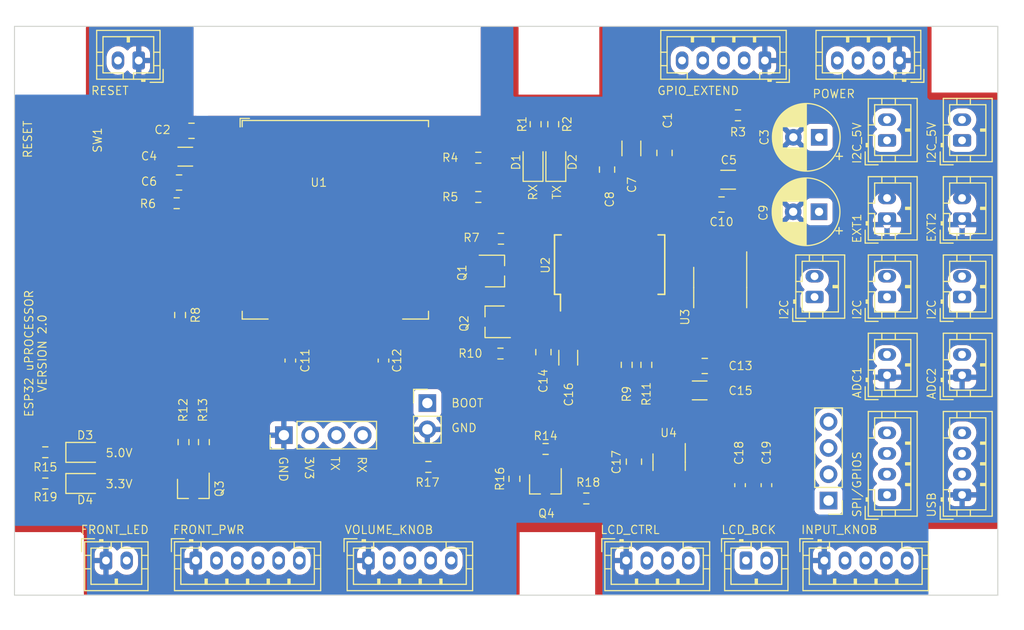
<source format=kicad_pcb>
(kicad_pcb (version 20221018) (generator pcbnew)
  (layers (0 "F.Cu" signal) (31 "B.Cu" signal) (34 "B.Paste" user) (35 "F.Paste" user) (36 "B.SilkS" user "B.Silkscreen") (37 "F.SilkS" user "F.Silkscreen") (38 "B.Mask" user) (39 "F.Mask" user) (44 "Edge.Cuts" user))
  (net 0 "")
  (net 1 "GND")
  (net 2 "3V3")
  (net 3 "SCL")
  (net 4 "SDA")
  (net 5 "5V")
  (net 6 "SDA_5V")
  (net 7 "SCL_5V")
  (net 8 "Net-(U2-3V3OUT)")
  (net 9 "POWER_LED")
  (net 10 "POWER_BUTTON")
  (net 11 "BACKLIGHT")
  (net 12 "TO_BACKLIGHT")
  (net 13 "TO_POWER_LED")
  (net 14 "Net-(D1-A)")
  (net 15 "VOLUME_BUTTON")
  (net 16 "INPUT_BUTTON")
  (net 17 "Net-(D2-A)")
  (net 18 "Net-(D3-A)")
  (net 19 "Net-(D4-A)")
  (net 20 "Net-(J16-Pin_2)")
  (net 21 "Net-(Q1-B)")
  (net 22 "Net-(Q2-B)")
  (net 23 "Net-(Q3-B)")
  (net 24 "Net-(Q4-B)")
  (net 26 "USBD+")
  (net 27 "USBD-")
  (net 28 "RX")
  (net 29 "TX")
  (net 33 "ENABLE")
  (net 34 "VOL_CH1")
  (net 35 "VOL_CH2")
  (net 36 "INPUT_CH1")
  (net 37 "INPUT_CH2")
  (net 38 "FRONT_LED")
  (net 39 "BOOT")
  (net 41 "CBUS1")
  (net 43 "CBUS0")
  (net 47 "DTR")
  (net 48 "RTS")
  (net 52 "VBUS")
  (net 57 "FROM_POWER_LED")
  (net 59 "FROM_BACKLIGHT")
  (net 60 "AGND")
  (net 61 "GPIO_INTA")
  (net 62 "GPIO_INTB")
  (net 63 "GPIO_RESET")
  (net 64 "ADC1")
  (net 65 "ADC2")
  (net 66 "SPI_MISO")
  (net 67 "SPI_MOSI")
  (net 68 "SPI_CLK")
  (net 69 "SPI_CS")
  (net 70 "EXT2")
  (net 71 "EXT1")
  (footprint "Capacitor_SMD:C_1206_3216Metric_Pad1.33x1.80mm_HandSolder" (layer "F.Cu") (at 153.8525 99.4725 180)
    (fp_text reference "C15" (at -3.9475 -0.0275 unlocked) (layer "F.SilkS") (effects (font (size 0.8 0.8) (thickness 0.1))))
    (fp_text value "10U")
    (pad "1" smd roundrect (at -1.5625 0 180) (size 1.325 1.8) (layers "F.Cu" "F.Paste" "F.Mask") (roundrect_rratio 0.188679) (net 2 "3V3"))
    (pad "2" smd roundrect (at 1.5625 0 180) (size 1.325 1.8) (layers "F.Cu" "F.Paste" "F.Mask") (roundrect_rratio 0.188679) (net 1 "GND"))
  )
  (footprint "Connector_JST:JST_PH_B6B-PH-K_1x06_P2.00mm_Vertical" (layer "F.Cu") (at 105.1725 115.9225)
    (fp_text reference "J17" hide)
    (fp_text value "Conn_01x06_Male")
    (pad "1" thru_hole roundrect (at 0 0) (size 1.2 1.75) (drill 0.75) (layers "*.Cu" "*.Mask") (roundrect_rratio 0.2083333333) (net 1 "GND"))
    (pad "2" thru_hole oval (at 2 0) (size 1.2 1.75) (drill 0.75) (layers "*.Cu" "*.Mask") (net 2 "3V3"))
    (pad "3" thru_hole oval (at 4 0) (size 1.2 1.75) (drill 0.75) (layers "*.Cu" "*.Mask") (net 5 "5V"))
    (pad "4" thru_hole oval (at 6 0) (size 1.2 1.75) (drill 0.75) (layers "*.Cu" "*.Mask") (net 13 "TO_POWER_LED"))
    (pad "5" thru_hole oval (at 8 0) (size 1.2 1.75) (drill 0.75) (layers "*.Cu" "*.Mask") (net 57 "FROM_POWER_LED"))
    (pad "6" thru_hole oval (at 10 0) (size 1.2 1.75) (drill 0.75) (layers "*.Cu" "*.Mask") (net 10 "POWER_BUTTON"))
  )
  (footprint "Capacitor_THT:CP_Radial_D6.3mm_P2.50mm" (layer "F.Cu") (at 165.3824 82.2 180)
    (fp_text reference "C9" (at 5.3824 -0.1 90 unlocked) (layer "F.SilkS") (effects (font (size 0.8 0.8) (thickness 0.1))))
    (fp_text value "10V 220u")
    (pad "1" thru_hole rect (at 0 0 180) (size 1.6 1.6) (drill 0.8) (layers "*.Cu" "*.Mask") (net 2 "3V3"))
    (pad "2" thru_hole circle (at 2.5 0 180) (size 1.6 1.6) (drill 0.8) (layers "*.Cu" "*.Mask") (net 1 "GND"))
  )
  (footprint "Package_TO_SOT_SMD:TSOT-23" (layer "F.Cu") (at 104.9525 108.9725 -90)
    (fp_text reference "Q3" (at 0.0025 -2.5 -270 unlocked) (layer "F.SilkS") (effects (font (size 0.8 0.8) (thickness 0.1))))
    (fp_text value "2N3055")
    (pad "1" smd rect (at -1.31 -0.95 270) (size 1.22 0.65) (layers "F.Cu" "F.Paste" "F.Mask") (net 23 "Net-(Q3-B)"))
    (pad "2" smd rect (at -1.31 0.95 270) (size 1.22 0.65) (layers "F.Cu" "F.Paste" "F.Mask") (net 1 "GND"))
    (pad "3" smd rect (at 1.31 0 270) (size 1.22 0.65) (layers "F.Cu" "F.Paste" "F.Mask") (net 57 "FROM_POWER_LED"))
  )
  (footprint "Connector_JST:JST_PH_B2B-PH-K_1x02_P2.00mm_Vertical" (layer "F.Cu") (at 179.2025 98.004375 90)
    (fp_text reference "J11" hide)
    (fp_text value "Conn_01x02_Male")
    (pad "1" thru_hole roundrect (at 0 0 90) (size 1.2 1.75) (drill 0.75) (layers "*.Cu" "*.Mask") (roundrect_rratio 0.208333) (net 1 "GND"))
    (pad "2" thru_hole oval (at 2 0 90) (size 1.2 1.75) (drill 0.75) (layers "*.Cu" "*.Mask") (net 65 "ADC2"))
  )
  (footprint "Capacitor_SMD:C_0603_1608Metric_Pad1.08x0.95mm_HandSolder" (layer "F.Cu") (at 114.3025 96.585 -90)
    (fp_text reference "C11" (at 0 -1.43 -270 unlocked) (layer "F.SilkS") (effects (font (size 0.8 0.8) (thickness 0.1))))
    (fp_text value "10N")
    (pad "1" smd roundrect (at -0.8625 0 270) (size 1.075 0.95) (layers "F.Cu" "F.Paste" "F.Mask") (net 1 "GND"))
    (pad "2" smd roundrect (at 0.8625 0 270) (size 1.075 0.95) (layers "F.Cu" "F.Paste" "F.Mask") (net 34 "VOL_CH1"))
  )
  (footprint "Package_TO_SOT_SMD:TSOT-23" (layer "F.Cu") (at 134.0625 92.86 180)
    (fp_text reference "Q2" (at 2.9625 -0.14 90 unlocked) (layer "F.SilkS") (effects (font (size 0.8 0.8) (thickness 0.1))))
    (fp_text value "2N3055")
    (pad "1" smd rect (at -1.31 -0.95 180) (size 1.22 0.65) (layers "F.Cu" "F.Paste" "F.Mask") (net 22 "Net-(Q2-B)"))
    (pad "2" smd rect (at -1.31 0.95 180) (size 1.22 0.65) (layers "F.Cu" "F.Paste" "F.Mask") (net 47 "DTR"))
    (pad "3" smd rect (at 1.31 0 180) (size 1.22 0.65) (layers "F.Cu" "F.Paste" "F.Mask") (net 39 "BOOT"))
  )
  (footprint "Espressif:ESP32-WROOM-32UE" (layer "F.Cu") (at 118.6525 82.9725)
    (fp_text reference "U1" (at -1.6 -3.6 unlocked) (layer "F.SilkS") (effects (font (size 0.8 0.8) (thickness 0.1))))
    (fp_text value "ESP32-WROOM-32")
    (pad "1" smd rect (at -8.75 -8.41) (size 1.5 0.9) (layers "F.Cu" "F.Paste" "F.Mask") (net 1 "GND"))
    (pad "2" smd rect (at -8.75 -7.14) (size 1.5 0.9) (layers "F.Cu" "F.Paste" "F.Mask") (net 2 "3V3"))
    (pad "3" smd rect (at -8.75 -5.87) (size 1.5 0.9) (layers "F.Cu" "F.Paste" "F.Mask") (net 33 "ENABLE"))
    (pad "4" smd rect (at -8.75 -4.6) (size 1.5 0.9) (layers "F.Cu" "F.Paste" "F.Mask") (net 64 "ADC1"))
    (pad "5" smd rect (at -8.75 -3.33) (size 1.5 0.9) (layers "F.Cu" "F.Paste" "F.Mask") (net 65 "ADC2"))
    (pad "6" smd rect (at -8.75 -2.06) (size 1.5 0.9) (layers "F.Cu" "F.Paste" "F.Mask") (net 61 "GPIO_INTA"))
    (pad "7" smd rect (at -8.75 -0.79) (size 1.5 0.9) (layers "F.Cu" "F.Paste" "F.Mask") (net 62 "GPIO_INTB"))
    (pad "8" smd rect (at -8.75 0.48) (size 1.5 0.9) (layers "F.Cu" "F.Paste" "F.Mask") (net 70 "EXT2"))
    (pad "9" smd rect (at -8.75 1.75) (size 1.5 0.9) (layers "F.Cu" "F.Paste" "F.Mask") (net 63 "GPIO_RESET"))
    (pad "10" smd rect (at -8.75 3.02) (size 1.5 0.9) (layers "F.Cu" "F.Paste" "F.Mask") (net 10 "POWER_BUTTON"))
    (pad "11" smd rect (at -8.75 4.29) (size 1.5 0.9) (layers "F.Cu" "F.Paste" "F.Mask") (net 71 "EXT1"))
    (pad "12" smd rect (at -8.75 5.56) (size 1.5 0.9) (layers "F.Cu" "F.Paste" "F.Mask") (net 38 "FRONT_LED"))
    (pad "13" smd rect (at -8.75 6.83) (size 1.5 0.9) (layers "F.Cu" "F.Paste" "F.Mask") (net 9 "POWER_LED"))
    (pad "14" smd rect (at -8.75 8.1) (size 1.5 0.9) (layers "F.Cu" "F.Paste" "F.Mask") (net 15 "VOLUME_BUTTON"))
    (pad "15" smd rect (at -5.72 9.35 90) (size 1.5 0.9) (layers "F.Cu" "F.Paste" "F.Mask") (net 1 "GND"))
    (pad "16" smd rect (at -4.45 9.35 90) (size 1.5 0.9) (layers "F.Cu" "F.Paste" "F.Mask") (net 34 "VOL_CH1"))
    (pad "17" smd rect (at -3.18 9.35 90) (size 1.5 0.9) (layers "F.Cu" "F.Paste" "F.Mask"))
    (pad "18" smd rect (at -1.91 9.35 90) (size 1.5 0.9) (layers "F.Cu" "F.Paste" "F.Mask"))
    (pad "19" smd rect (at -0.64 9.35 90) (size 1.5 0.9) (layers "F.Cu" "F.Paste" "F.Mask"))
    (pad "20" smd rect (at 0.63 9.35 90) (size 1.5 0.9) (layers "F.Cu" "F.Paste" "F.Mask"))
    (pad "21" smd rect (at 1.9 9.35 90) (size 1.5 0.9) (layers "F.Cu" "F.Paste" "F.Mask"))
    (pad "22" smd rect (at 3.17 9.35 90) (size 1.5 0.9) (layers "F.Cu" "F.Paste" "F.Mask"))
    (pad "23" smd rect (at 4.44 9.35 90) (size 1.5 0.9) (layers "F.Cu" "F.Paste" "F.Mask") (net 35 "VOL_CH2"))
    (pad "24" smd rect (at 5.71 9.35 90) (size 1.5 0.9) (layers "F.Cu" "F.Paste" "F.Mask") (net 11 "BACKLIGHT"))
    (pad "25" smd rect (at 8.75 8.1 180) (size 1.5 0.9) (layers "F.Cu" "F.Paste" "F.Mask") (net 39 "BOOT"))
    (pad "26" smd rect (at 8.75 6.83 180) (size 1.5 0.9) (layers "F.Cu" "F.Paste" "F.Mask") (net 36 "INPUT_CH1"))
    (pad "27" smd rect (at 8.75 5.56 180) (size 1.5 0.9) (layers "F.Cu" "F.Paste" "F.Mask") (net 37 "INPUT_CH2"))
    (pad "28" smd rect (at 8.75 4.29 180) (size 1.5 0.9) (layers "F.Cu" "F.Paste" "F.Mask") (net 16 "INPUT_BUTTON"))
    (pad "29" smd rect (at 8.75 3.02 180) (size 1.5 0.9) (layers "F.Cu" "F.Paste" "F.Mask") (net 69 "SPI_CS"))
    (pad "30" smd rect (at 8.75 1.75 180) (size 1.5 0.9) (layers "F.Cu" "F.Paste" "F.Mask") (net 68 "SPI_CLK"))
    (pad "31" smd rect (at 8.75 0.48 180) (size 1.5 0.9) (layers "F.Cu" "F.Paste" "F.Mask") (net 66 "SPI_MISO"))
    (pad "32" smd rect (at 8.75 -0.79 180) (size 1.5 0.9) (layers "F.Cu" "F.Paste" "F.Mask"))
    (pad "33" smd rect (at 8.75 -2.06 180) (size 1.5 0.9) (layers "F.Cu" "F.Paste" "F.Mask") (net 4 "SDA"))
    (pad "34" smd rect (at 8.75 -3.33 180) (size 1.5 0.9) (layers "F.Cu" "F.Paste" "F.Mask") (net 28 "RX"))
    (pad "35" smd rect (at 8.75 -4.6 180) (size 1.5 0.9) (layers "F.Cu" "F.Paste" "F.Mask") (net 29 "TX"))
    (pad "36" smd rect (at 8.75 -5.87 180) (size 1.5 0.9) (layers "F.Cu" "F.Paste" "F.Mask") (net 3 "SCL"))
    (pad "37" smd rect (at 8.75 -7.14 180) (size 1.5 0.9) (layers "F.Cu" "F.Paste" "F.Mask") (net 67 "SPI_MOSI"))
    (pad "38" smd rect (at 8.75 -8.41 180) (size 1.5 0.9) (layers "F.Cu" "F.Paste" "F.Mask") (net 1 "GND"))
    (pad "39" smd rect (at -2.9 -2.47 180) (size 0.9 0.9) (layers "F.Cu" "F.Paste" "F.Mask") (net 1 "GND"))
    (pad "39" smd rect (at -2.9 -1.07 180) (size 0.9 0.9) (layers "F.Cu" "F.Paste" "F.Mask") (net 1 "GND"))
    (pad "39" smd rect (at -2.9 0.33 180) (size 0.9 0.9) (layers "F.Cu" "F.Paste" "F.Mask") (net 1 "GND"))
    (pad "39" smd rect (at -1.5 -2.47 180) (size 0.9 0.9) (layers "F.Cu" "F.Paste" "F.Mask") (net 1 "GND"))
    (pad "39" smd rect (at -1.5 -1.07 180) (size 0.9 0.9) (layers "F.Cu" "F.Paste" "F.Mask") (net 1 "GND"))
    (pad "39" smd rect (at -1.5 0.33 180) (size 0.9 0.9) (layers "F.Cu" "F.Paste" "F.Mask") (net 1 "GND"))
    (pad "39" smd rect (at -0.1 -2.47 180) (size 0.9 0.9) (layers "F.Cu" "F.Paste" "F.Mask") (net 1 "GND"))
    (pad "39" smd rect (at -0.1 -1.07 180) (size 0.9 0.9) (layers "F.Cu" "F.Paste" "F.Mask") (net 1 "GND"))
    (pad "39" smd rect (at -0.1 0.33 180) (size 0.9 0.9) (layers "F.Cu" "F.Paste" "F.Mask") (net 1 "GND"))
  )
  (footprint "MountingHole:MountingHole_3.2mm_M3" (layer "F.Cu") (at 90.1525 66.8725 90)
    (fp_text reference "H1" hide)
    (fp_text value "MountingHole")
    (pad "" np_thru_hole circle (at 0 0 90) (size 3.2 3.2) (drill 3.2) (layers "*.Cu" "*.Mask"))
  )
  (footprint "Capacitor_SMD:C_0603_1608Metric_Pad1.08x0.95mm_HandSolder" (layer "F.Cu") (at 157.7525 108.635 90)
    (fp_text reference "C18" (at 3.1225 -0.1025 90 unlocked) (layer "F.SilkS") (effects (font (size 0.8 0.8) (thickness 0.1))))
    (fp_text value "10N")
    (pad "1" smd roundrect (at -0.8625 0 90) (size 1.075 0.95) (layers "F.Cu" "F.Paste" "F.Mask") (net 1 "GND"))
    (pad "2" smd roundrect (at 0.8625 0 90) (size 1.075 0.95) (layers "F.Cu" "F.Paste" "F.Mask") (net 36 "INPUT_CH1"))
  )
  (footprint "Capacitor_SMD:C_0805_2012Metric_Pad1.18x1.45mm_HandSolder" (layer "F.Cu") (at 138.7525 95.7725 -90)
    (fp_text reference "C14" (at 2.782766 0.014578 -270 unlocked) (layer "F.SilkS") (effects (font (size 0.8 0.8) (thickness 0.1))))
    (fp_text value "0.1U")
    (pad "1" smd roundrect (at -1.0375 0 270) (size 1.175 1.45) (layers "F.Cu" "F.Paste" "F.Mask") (roundrect_rratio 0.2127659574) (net 2 "3V3"))
    (pad "2" smd roundrect (at 1.0375 0 270) (size 1.175 1.45) (layers "F.Cu" "F.Paste" "F.Mask") (roundrect_rratio 0.2127659574) (net 1 "GND"))
  )
  (footprint "Resistor_SMD:R_0603_1608Metric_Pad0.98x0.95mm_HandSolder" (layer "F.Cu") (at 132.465 76.9725 180)
    (fp_text reference "R4" (at 2.7125 0 unlocked) (layer "F.SilkS") (effects (font (size 0.8 0.8) (thickness 0.1))))
    (fp_text value "10K")
    (pad "1" smd roundrect (at -0.9125 0 180) (size 0.975 0.95) (layers "F.Cu" "F.Paste" "F.Mask") (net 2 "3V3"))
    (pad "2" smd roundrect (at 0.9125 0 180) (size 0.975 0.95) (layers "F.Cu" "F.Paste" "F.Mask") (net 3 "SCL"))
  )
  (footprint "MountingHole:MountingHole_3.2mm_M3" (layer "F.Cu") (at 90.1525 116.8725 90)
    (fp_text reference "H4" hide)
    (fp_text value "MountingHole")
    (pad "" np_thru_hole circle (at 0 0 90) (size 3.2 3.2) (drill 3.2) (layers "*.Cu" "*.Mask"))
  )
  (footprint "MountingHole:MountingHole_3.2mm_M3" (layer "F.Cu") (at 140.1525 66.8725 90)
    (fp_text reference "H2" hide)
    (fp_text value "MountingHole")
    (pad "" np_thru_hole circle (at 0 0 90) (size 3.2 3.2) (drill 3.2) (layers "*.Cu" "*.Mask"))
  )
  (footprint "LED_SMD:LED_0805_2012Metric_Pad1.15x1.40mm_HandSolder" (layer "F.Cu") (at 139.9525 77.3975 90)
    (fp_text reference "D2" (at 0 1.6 90 unlocked) (layer "F.SilkS") (effects (font (size 0.8 0.8) (thickness 0.1))))
    (fp_text value "YELLOW")
    (pad "1" smd roundrect (at -1.025 0 90) (size 1.15 1.4) (layers "F.Cu" "F.Paste" "F.Mask") (roundrect_rratio 0.2173913043) (net 41 "CBUS1"))
    (pad "2" smd roundrect (at 1.025 0 90) (size 1.15 1.4) (layers "F.Cu" "F.Paste" "F.Mask") (roundrect_rratio 0.2173913043) (net 17 "Net-(D2-A)"))
  )
  (footprint "MountingHole:MountingHole_3.2mm_M3" (layer "F.Cu") (at 140.1525 116.8725 90)
    (fp_text reference "H5" hide)
    (fp_text value "MountingHole")
    (pad "" np_thru_hole circle (at 0 0 90) (size 3.2 3.2) (drill 3.2) (layers "*.Cu" "*.Mask"))
  )
  (footprint "Connector_JST:JST_PH_B5B-PH-K_1x05_P2.00mm_Vertical" (layer "F.Cu") (at 160.1525 67.5725 180)
    (fp_text reference "J2" hide)
    (fp_text value "Conn_01x05_Pin")
    (pad "1" thru_hole roundrect (at 0 0 180) (size 1.2 1.75) (drill 0.75) (layers "*.Cu" "*.Mask") (roundrect_rratio 0.208333) (net 1 "GND"))
    (pad "2" thru_hole oval (at 2 0 180) (size 1.2 1.75) (drill 0.75) (layers "*.Cu" "*.Mask") (net 2 "3V3"))
    (pad "3" thru_hole oval (at 4 0 180) (size 1.2 1.75) (drill 0.75) (layers "*.Cu" "*.Mask") (net 61 "GPIO_INTA"))
    (pad "4" thru_hole oval (at 6 0 180) (size 1.2 1.75) (drill 0.75) (layers "*.Cu" "*.Mask") (net 62 "GPIO_INTB"))
    (pad "5" thru_hole oval (at 8 0 180) (size 1.2 1.75) (drill 0.75) (layers "*.Cu" "*.Mask") (net 63 "GPIO_RESET"))
  )
  (footprint "Connector_JST:JST_PH_B2B-PH-K_1x02_P2.00mm_Vertical" (layer "F.Cu") (at 179.2025 75.3 90)
    (fp_text reference "J5" hide)
    (fp_text value "Conn_01x02_Male")
    (pad "1" thru_hole roundrect (at 0 0 90) (size 1.2 1.75) (drill 0.75) (layers "*.Cu" "*.Mask") (roundrect_rratio 0.2083333333) (net 7 "SCL_5V"))
    (pad "2" thru_hole oval (at 2 0 90) (size 1.2 1.75) (drill 0.75) (layers "*.Cu" "*.Mask") (net 6 "SDA_5V"))
  )
  (footprint "Resistor_SMD:R_0603_1608Metric_Pad0.98x0.95mm_HandSolder" (layer "F.Cu") (at 134.6025 95.91 180)
    (fp_text reference "R10" (at 2.9025 0.01 unlocked) (layer "F.SilkS") (effects (font (size 0.8 0.8) (thickness 0.1))))
    (fp_text value "10K")
    (pad "1" smd roundrect (at -0.9125 0 180) (size 0.975 0.95) (layers "F.Cu" "F.Paste" "F.Mask") (net 47 "DTR"))
    (pad "2" smd roundrect (at 0.9125 0 180) (size 0.975 0.95) (layers "F.Cu" "F.Paste" "F.Mask") (net 21 "Net-(Q1-B)"))
  )
  (footprint "Capacitor_SMD:C_0805_2012Metric_Pad1.18x1.45mm_HandSolder" (layer "F.Cu") (at 103.5525 79.3725)
    (fp_text reference "C6" (at -2.9 -0.1 unlocked) (layer "F.SilkS") (effects (font (size 0.8 0.8) (thickness 0.1))))
    (fp_text value "0.1U")
    (pad "1" smd roundrect (at -1.0375 0) (size 1.175 1.45) (layers "F.Cu" "F.Paste" "F.Mask") (roundrect_rratio 0.2127659574) (net 1 "GND"))
    (pad "2" smd roundrect (at 1.0375 0) (size 1.175 1.45) (layers "F.Cu" "F.Paste" "F.Mask") (roundrect_rratio 0.2127659574) (net 33 "ENABLE"))
  )
  (footprint "Connector_JST:JST_PH_B2B-PH-K_1x02_P2.00mm_Vertical" (layer "F.Cu") (at 99.6525 67.5725 180)
    (fp_text reference "J1" hide)
    (fp_text value "Conn_01x02_Male")
    (pad "1" thru_hole roundrect (at 0 0 180) (size 1.2 1.75) (drill 0.75) (layers "*.Cu" "*.Mask") (roundrect_rratio 0.2083333333) (net 1 "GND"))
    (pad "2" thru_hole oval (at 2 0 180) (size 1.2 1.75) (drill 0.75) (layers "*.Cu" "*.Mask") (net 33 "ENABLE"))
  )
  (footprint "Capacitor_SMD:C_1206_3216Metric_Pad1.33x1.80mm_HandSolder" (layer "F.Cu") (at 104.1525 76.8725 180)
    (fp_text reference "C4" (at 3.5 0.05 unlocked) (layer "F.SilkS") (effects (font (size 0.8 0.8) (thickness 0.1))))
    (fp_text value "10U")
    (pad "1" smd roundrect (at -1.5625 0 180) (size 1.325 1.8) (layers "F.Cu" "F.Paste" "F.Mask") (roundrect_rratio 0.1886792453) (net 2 "3V3"))
    (pad "2" smd roundrect (at 1.5625 0 180) (size 1.325 1.8) (layers "F.Cu" "F.Paste" "F.Mask") (roundrect_rratio 0.1886792453) (net 1 "GND"))
  )
  (footprint "Resistor_SMD:R_0603_1608Metric_Pad0.98x0.95mm_HandSolder" (layer "F.Cu") (at 105.9525 104.4725 90)
    (fp_text reference "R13" (at 3.1 -0.1 90 unlocked) (layer "F.SilkS") (effects (font (size 0.8 0.8) (thickness 0.1))))
    (fp_text value "1K")
    (pad "1" smd roundrect (at -0.9125 0 90) (size 0.975 0.95) (layers "F.Cu" "F.Paste" "F.Mask") (net 9 "POWER_LED"))
    (pad "2" smd roundrect (at 0.9125 0 90) (size 0.975 0.95) (layers "F.Cu" "F.Paste" "F.Mask") (net 23 "Net-(Q3-B)"))
  )
  (footprint "Resistor_SMD:R_0603_1608Metric_Pad0.98x0.95mm_HandSolder" (layer "F.Cu") (at 103.9825 104.4725 -90)
    (fp_text reference "R12" (at -3.1 0.03 -270 unlocked) (layer "F.SilkS") (effects (font (size 0.8 0.8) (thickness 0.1))))
    (fp_text value "700R")
    (pad "1" smd roundrect (at -0.9125 0 270) (size 0.975 0.95) (layers "F.Cu" "F.Paste" "F.Mask") (net 13 "TO_POWER_LED"))
    (pad "2" smd roundrect (at 0.9125 0 270) (size 0.975 0.95) (layers "F.Cu" "F.Paste" "F.Mask") (net 5 "5V"))
  )
  (footprint "LED_SMD:LED_0805_2012Metric_Pad1.15x1.40mm_HandSolder" (layer "F.Cu") (at 94.4775 105.4625)
    (fp_text reference "D3" (at 0 -1.65 unlocked) (layer "F.SilkS") (effects (font (size 0.8 0.8) (thickness 0.1))))
    (fp_text value "ORANGE")
    (pad "1" smd roundrect (at -1.025 0) (size 1.15 1.4) (layers "F.Cu" "F.Paste" "F.Mask") (roundrect_rratio 0.2173913043) (net 1 "GND"))
    (pad "2" smd roundrect (at 1.025 0) (size 1.15 1.4) (layers "F.Cu" "F.Paste" "F.Mask") (roundrect_rratio 0.2173913043) (net 18 "Net-(D3-A)"))
  )
  (footprint "Capacitor_THT:CP_Radial_D6.3mm_P2.50mm" (layer "F.Cu") (at 165.4 75 180)
    (fp_text reference "C3" (at 5.3 0 90 unlocked) (layer "F.SilkS") (effects (font (size 0.8 0.8) (thickness 0.1))))
    (fp_text value "10V 220u")
    (pad "1" thru_hole rect (at 0 0 180) (size 1.6 1.6) (drill 0.8) (layers "*.Cu" "*.Mask") (net 5 "5V"))
    (pad "2" thru_hole circle (at 2.5 0 180) (size 1.6 1.6) (drill 0.8) (layers "*.Cu" "*.Mask") (net 1 "GND"))
  )
  (footprint "Capacitor_SMD:C_0805_2012Metric_Pad1.18x1.45mm_HandSolder" (layer "F.Cu") (at 154.3425 97.11 180)
    (fp_text reference "C13" (at -3.4575 0.01 unlocked) (layer "F.SilkS") (effects (font (size 0.8 0.8) (thickness 0.1))))
    (fp_text value "0.1U")
    (pad "1" smd roundrect (at -1.0375 0 180) (size 1.175 1.45) (layers "F.Cu" "F.Paste" "F.Mask") (roundrect_rratio 0.212766) (net 2 "3V3"))
    (pad "2" smd roundrect (at 1.0375 0 180) (size 1.175 1.45) (layers "F.Cu" "F.Paste" "F.Mask") (roundrect_rratio 0.212766) (net 1 "GND"))
  )
  (footprint "Resistor_SMD:R_0603_1608Metric_Pad0.98x0.95mm_HandSolder" (layer "F.Cu") (at 103.3225 81.3725)
    (fp_text reference "R6" (at -2.78 0.05 unlocked) (layer "F.SilkS") (effects (font (size 0.8 0.8) (thickness 0.1))))
    (fp_text value "4.7K")
    (pad "1" smd roundrect (at -0.9125 0) (size 0.975 0.95) (layers "F.Cu" "F.Paste" "F.Mask") (net 2 "3V3"))
    (pad "2" smd roundrect (at 0.9125 0) (size 0.975 0.95) (layers "F.Cu" "F.Paste" "F.Mask") (net 33 "ENABLE"))
  )
  (footprint "Capacitor_SMD:C_0805_2012Metric_Pad1.18x1.45mm_HandSolder" (layer "F.Cu") (at 147.5 106.3625 90)
    (fp_text reference "C17" (at -0.05 -1.7 90 unlocked) (layer "F.SilkS") (effects (font (size 0.8 0.8) (thickness 0.1))))
    (fp_text value "100n")
    (pad "1" smd roundrect (at -1.0375 0 90) (size 1.175 1.45) (layers "F.Cu" "F.Paste" "F.Mask") (roundrect_rratio 0.2127659574) (net 2 "3V3"))
    (pad "2" smd roundrect (at 1.0375 0 90) (size 1.175 1.45) (layers "F.Cu" "F.Paste" "F.Mask") (roundrect_rratio 0.2127659574) (net 1 "GND"))
  )
  (footprint "Connector_PinHeader_2.54mm:PinHeader_1x04_P2.54mm_Vertical" (layer "F.Cu") (at 113.68 103.8 90)
    (fp_text reference "J23" hide)
    (fp_text value "Conn_01x04_Pin")
    (pad "1" thru_hole rect (at 0 0 90) (size 1.7 1.7) (drill 1) (layers "*.Cu" "*.Mask") (net 1 "GND"))
    (pad "2" thru_hole oval (at 0 2.54 90) (size 1.7 1.7) (drill 1) (layers "*.Cu" "*.Mask") (net 2 "3V3"))
    (pad "3" thru_hole oval (at 0 5.08 90) (size 1.7 1.7) (drill 1) (layers "*.Cu" "*.Mask") (net 29 "TX"))
    (pad "4" thru_hole oval (at 0 7.62 90) (size 1.7 1.7) (drill 1) (layers "*.Cu" "*.Mask") (net 28 "RX"))
  )
  (footprint "Capacitor_SMD:C_1206_3216Metric_Pad1.33x1.80mm_HandSolder" (layer "F.Cu") (at 141.1525 96.31 -90)
    (fp_text reference "C16" (at 3.55 -0.05 -270 unlocked) (layer "F.SilkS") (effects (font (size 0.8 0.8) (thickness 0.1))))
    (fp_text value "10U")
    (pad "1" smd roundrect (at -1.5625 0 270) (size 1.325 1.8) (layers "F.Cu" "F.Paste" "F.Mask") (roundrect_rratio 0.1886792453) (net 2 "3V3"))
    (pad "2" smd roundrect (at 1.5625 0 270) (size 1.325 1.8) (layers "F.Cu" "F.Paste" "F.Mask") (roundrect_rratio 0.1886792453) (net 1 "GND"))
  )
  (footprint "Package_TO_SOT_SMD:SOT-23-6" (layer "F.Cu") (at 150.9 106.4125 -90)
    (fp_text reference "U4" (at -2.835 0.0525 unlocked) (layer "F.SilkS") (effects (font (size 0.8 0.8) (thickness 0.1))))
    (fp_text value "TMP100")
    (pad "1" smd roundrect (at -1.1375 -0.95 270) (size 1.325 0.6) (layers "F.Cu" "F.Paste" "F.Mask") (net 3 "SCL"))
    (pad "2" smd roundrect (at -1.1375 0 270) (size 1.325 0.6) (layers "F.Cu" "F.Paste" "F.Mask") (net 1 "GND"))
    (pad "3" smd roundrect (at -1.1375 0.95 270) (size 1.325 0.6) (layers "F.Cu" "F.Paste" "F.Mask") (net 1 "GND"))
    (pad "4" smd roundrect (at 1.1375 0.95 270) (size 1.325 0.6) (layers "F.Cu" "F.Paste" "F.Mask") (net 2 "3V3"))
    (pad "5" smd roundrect (at 1.1375 0 270) (size 1.325 0.6) (layers "F.Cu" "F.Paste" "F.Mask") (net 1 "GND"))
    (pad "6" smd roundrect (at 1.1375 -0.95 270) (size 1.325 0.6) (layers "F.Cu" "F.Paste" "F.Mask") (net 4 "SDA"))
  )
  (footprint "Resistor_SMD:R_0603_1608Metric_Pad0.98x0.95mm_HandSolder" (layer "F.Cu") (at 135.9525 108.0205 90)
    (fp_text reference "R16" (at 0 -1.402988 90 unlocked) (layer "F.SilkS") (effects (font (size 0.8 0.8) (thickness 0.1))))
    (fp_text value "4.7K")
    (pad "1" smd roundrect (at -0.9125 0 90) (size 0.975 0.95) (layers "F.Cu" "F.Paste" "F.Mask") (net 11 "BACKLIGHT"))
    (pad "2" smd roundrect (at 0.9125 0 90) (size 0.975 0.95) (layers "F.Cu" "F.Paste" "F.Mask") (net 1 "GND"))
  )
  (footprint "Capacitor_SMD:C_0805_2012Metric_Pad1.18x1.45mm_HandSolder" (layer "F.Cu") (at 104.7525 74.3725 180)
    (fp_text reference "C2" (at 2.8 0.1 unlocked) (layer "F.SilkS") (effects (font (size 0.8 0.8) (thickness 0.1))))
    (fp_text value "10N")
    (pad "1" smd roundrect (at -1.0375 0 180) (size 1.175 1.45) (layers "F.Cu" "F.Paste" "F.Mask") (roundrect_rratio 0.2127659574) (net 2 "3V3"))
    (pad "2" smd roundrect (at 1.0375 0 180) (size 1.175 1.45) (layers "F.Cu" "F.Paste" "F.Mask") (roundrect_rratio 0.2127659574) (net 1 "GND"))
  )
  (footprint "Resistor_SMD:R_0603_1608Metric_Pad0.98x0.95mm_HandSolder" (layer "F.Cu") (at 139.7025 73.735 -90)
    (fp_text reference "R2" (at 0 -1.35 -270 unlocked) (layer "F.SilkS") (effects (font (size 0.8 0.8) (thickness 0.1))))
    (fp_text value "430R")
    (pad "1" smd roundrect (at -0.9125 0 270) (size 0.975 0.95) (layers "F.Cu" "F.Paste" "F.Mask") (net 2 "3V3"))
    (pad "2" smd roundrect (at 0.9125 0 270) (size 0.975 0.95) (layers "F.Cu" "F.Paste" "F.Mask") (net 17 "Net-(D2-A)"))
  )
  (footprint "Resistor_SMD:R_0603_1608Metric_Pad0.98x0.95mm_HandSolder" (layer "F.Cu") (at 132.465 80.7725 180)
    (fp_text reference "R5" (at 2.7125 0 unlocked) (layer "F.SilkS") (effects (font (size 0.8 0.8) (thickness 0.1))))
    (fp_text value "10K")
    (pad "1" smd roundrect (at -0.9125 0 180) (size 0.975 0.95) (layers "F.Cu" "F.Paste" "F.Mask") (net 2 "3V3"))
    (pad "2" smd roundrect (at 0.9125 0 180) (size 0.975 0.95) (layers "F.Cu" "F.Paste" "F.Mask") (net 4 "SDA"))
  )
  (footprint "Resistor_SMD:R_0603_1608Metric_Pad0.98x0.95mm_HandSolder" (layer "F.Cu") (at 127.64 106.8725)
    (fp_text reference "R17" (at -0.0875 1.5 unlocked) (layer "F.SilkS") (effects (font (size 0.8 0.8) (thickness 0.1))))
    (fp_text value "4.7K")
    (pad "1" smd roundrect (at -0.9125 0) (size 0.975 0.95) (layers "F.Cu" "F.Paste" "F.Mask") (net 2 "3V3"))
    (pad "2" smd roundrect (at 0.9125 0) (size 0.975 0.95) (layers "F.Cu" "F.Paste" "F.Mask") (net 39 "BOOT"))
  )
  (footprint "Capacitor_SMD:C_1206_3216Metric_Pad1.33x1.80mm_HandSolder" (layer "F.Cu") (at 156.6 79.1 180)
    (fp_text reference "C5" (at -0.0625 1.9 unlocked) (layer "F.SilkS") (effects (font (size 0.8 0.8) (thickness 0.1))))
    (fp_text value "10U")
    (pad "1" smd roundrect (at -1.5625 0 180) (size 1.325 1.8) (layers "F.Cu" "F.Paste" "F.Mask") (roundrect_rratio 0.188679) (net 5 "5V"))
    (pad "2" smd roundrect (at 1.5625 0 180) (size 1.325 1.8) (layers "F.Cu" "F.Paste" "F.Mask") (roundrect_rratio 0.188679) (net 1 "GND"))
  )
  (footprint "Resistor_SMD:R_0603_1608Metric_Pad0.98x0.95mm_HandSolder" (layer "F.Cu") (at 134.6525 84.81)
    (fp_text reference "R7" (at -2.85 -0.1 unlocked) (layer "F.SilkS") (effects (font (size 0.8 0.8) (thickness 0.1))))
    (fp_text value "10K")
    (pad "1" smd roundrect (at -0.9125 0) (size 0.975 0.95) (layers "F.Cu" "F.Paste" "F.Mask") (net 48 "RTS"))
    (pad "2" smd roundrect (at 0.9125 0) (size 0.975 0.95) (layers "F.Cu" "F.Paste" "F.Mask") (net 22 "Net-(Q2-B)"))
  )
  (footprint "Connector_JST:JST_PH_B2B-PH-K_1x02_P2.00mm_Vertical" (layer "F.Cu") (at 171.9525 90.43625 90)
    (fp_text reference "J8" hide)
    (fp_text value "Conn_01x02_Male")
    (pad "1" thru_hole roundrect (at 0 0 90) (size 1.2 1.75) (drill 0.75) (layers "*.Cu" "*.Mask") (roundrect_rratio 0.208333) (net 3 "SCL"))
    (pad "2" thru_hole oval (at 2 0 90) (size 1.2 1.75) (drill 0.75) (layers "*.Cu" "*.Mask") (net 4 "SDA"))
  )
  (footprint "Resistor_SMD:R_0603_1608Metric_Pad0.98x0.95mm_HandSolder" (layer "F.Cu") (at 157.5525 72.8725 180)
    (fp_text reference "R3" (at 0 -1.6275 unlocked) (layer "F.SilkS") (effects (font (size 0.8 0.8) (thickness 0.1))))
    (fp_text value "4.7K")
    (pad "1" smd roundrect (at -0.9125 0 180) (size 0.975 0.95) (layers "F.Cu" "F.Paste" "F.Mask") (net 1 "GND"))
    (pad "2" smd roundrect (at 0.9125 0 180) (size 0.975 0.95) (layers "F.Cu" "F.Paste" "F.Mask") (net 63 "GPIO_RESET"))
  )
  (footprint "Connector_JST:JST_PH_B4B-PH-K_1x04_P2.00mm_Vertical" (layer "F.Cu") (at 146.7525 115.9225)
    (fp_text reference "J19" hide)
    (fp_text value "Conn_01x04_Pin")
    (pad "1" thru_hole roundrect (at 0 0) (size 1.2 1.75) (drill 0.75) (layers "*.Cu" "*.Mask") (roundrect_rratio 0.208333) (net 1 "GND"))
    (pad "2" thru_hole oval (at 2 0) (size 1.2 1.75) (drill 0.75) (layers "*.Cu" "*.Mask") (net 5 "5V"))
    (pad "3" thru_hole oval (at 4 0) (size 1.2 1.75) (drill 0.75) (layers "*.Cu" "*.Mask") (net 6 "SDA_5V"))
    (pad "4" thru_hole oval (at 6 0) (size 1.2 1.75) (drill 0.75) (layers "*.Cu" "*.Mask") (net 7 "SCL_5V"))
  )
  (footprint "Connector_JST:JST_PH_B4B-PH-K_1x04_P2.00mm_Vertical" (layer "F.Cu") (at 179.2025 109.5725 90)
    (fp_text reference "J14" hide)
    (fp_text value "Conn_01x04_Male")
    (pad "1" thru_hole roundrect (at 0 0 90) (size 1.2 1.75) (drill 0.75) (layers "*.Cu" "*.Mask") (roundrect_rratio 0.2083333333) (net 1 "GND"))
    (pad "2" thru_hole oval (at 2 0 90) (size 1.2 1.75) (drill 0.75) (layers "*.Cu" "*.Mask") (net 52 "VBUS"))
    (pad "3" thru_hole oval (at 4 0 90) (size 1.2 1.75) (drill 0.75) (layers "*.Cu" "*.Mask") (net 27 "USBD-"))
    (pad "4" thru_hole oval (at 6 0 90) (size 1.2 1.75) (drill 0.75) (layers "*.Cu" "*.Mask") (net 26 "USBD+"))
  )
  (footprint "MountingHole:MountingHole_3.2mm_M3" (layer "F.Cu") (at 180.1525 116.8725 90)
    (fp_text reference "H6" hide)
    (fp_text value "MountingHole")
    (pad "" np_thru_hole circle (at 0 0 90) (size 3.2 3.2) (drill 3.2) (layers "*.Cu" "*.Mask"))
  )
  (footprint "Connector_JST:JST_PH_B2B-PH-K_1x02_P2.00mm_Vertical" (layer "F.Cu") (at 164.95 90.43625 90)
    (fp_text reference "J22" hide)
    (fp_text value "Conn_01x02_Male")
    (pad "1" thru_hole roundrect (at 0 0 90) (size 1.2 1.75) (drill 0.75) (layers "*.Cu" "*.Mask") (roundrect_rratio 0.208333) (net 3 "SCL"))
    (pad "2" thru_hole oval (at 2 0 90) (size 1.2 1.75) (drill 0.75) (layers "*.Cu" "*.Mask") (net 4 "SDA"))
  )
  (footprint "Connector_JST:JST_PH_B2B-PH-K_1x02_P2.00mm_Vertical" (layer "F.Cu") (at 158.3225 115.9225)
    (fp_text reference "J20" hide)
    (fp_text value "Conn_01x02_Male")
    (pad "1" thru_hole roundrect (at 0 0) (size 1.2 1.75) (drill 0.75) (layers "*.Cu" "*.Mask") (roundrect_rratio 0.208333) (net 12 "TO_BACKLIGHT"))
    (pad "2" thru_hole oval (at 2 0) (size 1.2 1.75) (drill 0.75) (layers "*.Cu" "*.Mask") (net 59 "FROM_BACKLIGHT"))
  )
  (footprint "Connector_JST:JST_PH_B4B-PH-K_1x04_P2.00mm_Vertical" (layer "F.Cu") (at 171.9525 109.5725 90)
    (fp_text reference "J13" hide)
    (fp_text value "Conn_01x04_Pin")
    (pad "1" thru_hole roundrect (at 0 0 90) (size 1.2 1.75) (drill 0.75) (layers "*.Cu" "*.Mask") (roundrect_rratio 0.208333) (net 66 "SPI_MISO"))
    (pad "2" thru_hole oval (at 2 0 90) (size 1.2 1.75) (drill 0.75) (layers "*.Cu" "*.Mask") (net 67 "SPI_MOSI"))
    (pad "3" thru_hole oval (at 4 0 90) (size 1.2 1.75) (drill 0.75) (layers "*.Cu" "*.Mask") (net 68 "SPI_CLK"))
    (pad "4" thru_hole oval (at 6 0 90) (size 1.2 1.75) (drill 0.75) (layers "*.Cu" "*.Mask") (net 69 "SPI_CS"))
  )
  (footprint "Resistor_SMD:R_0603_1608Metric_Pad0.98x0.95mm_HandSolder" (layer "F.Cu") (at 138.0025 73.735 -90)
    (fp_text reference "R1" (at 0 1.3 -270 unlocked) (layer "F.SilkS") (effects (font (size 0.8 0.8) (thickness 0.1))))
    (fp_text value "100R")
    (pad "1" smd roundrect (at -0.9125 0 270) (size 0.975 0.95) (layers "F.Cu" "F.Paste" "F.Mask") (net 2 "3V3"))
    (pad "2" smd roundrect (at 0.9125 0 270) (size 0.975 0.95) (layers "F.Cu" "F.Paste" "F.Mask") (net 14 "Net-(D1-A)"))
  )
  (footprint "Resistor_SMD:R_0603_1608Metric_Pad0.98x0.95mm_HandSolder" (layer "F.Cu") (at 146.8 97 90)
    (fp_text reference "R9" (at -2.829072 0.000795 90 unlocked) (layer "F.SilkS") (effects (font (size 0.8 0.8) (thickness 0.1))))
    (fp_text value "10K")
    (pad "1" smd roundrect (at -0.9125 0 90) (size 0.975 0.95) (layers "F.Cu" "F.Paste" "F.Mask") (net 5 "5V"))
    (pad "2" smd roundrect (at 0.9125 0 90) (size 0.975 0.95) (layers "F.Cu" "F.Paste" "F.Mask") (net 6 "SDA_5V"))
  )
  (footprint "Connector_JST:JST_PH_B2B-PH-K_1x02_P2.00mm_Vertical" (layer "F.Cu") (at 171.9525 75.3 90)
    (fp_text reference "J4" hide)
    (fp_text value "Conn_01x02_Male")
    (pad "1" thru_hole roundrect (at 0 0 90) (size 1.2 1.75) (drill 0.75) (layers "*.Cu" "*.Mask") (roundrect_rratio 0.2083333333) (net 7 "SCL_5V"))
    (pad "2" thru_hole oval (at 2 0 90) (size 1.2 1.75) (drill 0.75) (layers "*.Cu" "*.Mask") (net 6 "SDA_5V"))
  )
  (footprint "Package_TO_SOT_SMD:TSOT-23" (layer "F.Cu") (at 138.9664 108.5359 -90)
    (fp_text reference "Q4" (at 2.836565 -0.083103 unlocked) (layer "F.SilkS") (effects (font (size 0.8 0.8) (thickness 0.1))))
    (fp_text value "2N3055")
    (pad "1" smd rect (at -1.31 -0.95 270) (size 1.22 0.65) (layers "F.Cu" "F.Paste" "F.Mask") (net 24 "Net-(Q4-B)"))
    (pad "2" smd rect (at -1.31 0.95 270) (size 1.22 0.65) (layers "F.Cu" "F.Paste" "F.Mask") (net 1 "GND"))
    (pad "3" smd rect (at 1.31 0 270) (size 1.22 0.65) (layers "F.Cu" "F.Paste" "F.Mask") (net 59 "FROM_BACKLIGHT"))
  )
  (footprint "Connector_JST:JST_PH_B2B-PH-K_1x02_P2.00mm_Vertical" (layer "F.Cu") (at 171.9525 82.868125 90)
    (fp_text reference "J6" hide)
    (fp_text value "Conn_01x02_Male")
    (pad "1" thru_hole roundrect (at 0 0 90) (size 1.2 1.75) (drill 0.75) (layers "*.Cu" "*.Mask") (roundrect_rratio 0.2083333333) (net 1 "GND"))
    (pad "2" thru_hole oval (at 2 0 90) (size 1.2 1.75) (drill 0.75) (layers "*.Cu" "*.Mask") (net 71 "EXT1"))
  )
  (footprint "Resistor_SMD:R_0603_1608Metric_Pad0.98x0.95mm_HandSolder" (layer "F.Cu") (at 138.9664 105.1359 180)
    (fp_text reference "R14" (at 0 1.263435 unlocked) (layer "F.SilkS") (effects (font (size 0.8 0.8) (thickness 0.1))))
    (fp_text value "1K")
    (pad "1" smd roundrect (at -0.9125 0 180) (size 0.975 0.95) (layers "F.Cu" "F.Paste" "F.Mask") (net 11 "BACKLIGHT"))
    (pad "2" smd roundrect (at 0.9125 0 180) (size 0.975 0.95) (layers "F.Cu" "F.Paste" "F.Mask") (net 24 "Net-(Q4-B)"))
  )
  (footprint "Connector_PinHeader_2.54mm:PinHeader_1x04_P2.54mm_Vertical" (layer "F.Cu") (at 166.3 110.12 180)
    (fp_text reference "J15" hide)
    (fp_text value "Conn_01x04_Pin")
    (pad "1" thru_hole rect (at 0 0 180) (size 1.7 1.7) (drill 1) (layers "*.Cu" "*.Mask") (net 66 "SPI_MISO"))
    (pad "2" thru_hole oval (at 0 2.54 180) (size 1.7 1.7) (drill 1) (layers "*.Cu" "*.Mask") (net 67 "SPI_MOSI"))
    (pad "3" thru_hole oval (at 0 5.08 180) (size 1.7 1.7) (drill 1) (layers "*.Cu" "*.Mask") (net 68 "SPI_CLK"))
    (pad "4" thru_hole oval (at 0 7.62 180) (size 1.7 1.7) (drill 1) (layers "*.Cu" "*.Mask") (net 69 "SPI_CS"))
  )
  (footprint "Capacitor_SMD:C_0805_2012Metric_Pad1.18x1.45mm_HandSolder" (layer "F.Cu") (at 150.4525 76.51 90)
    (fp_text reference "C1" (at 3.1375 0.3 90 unlocked) (layer "F.SilkS") (effects (font (size 0.8 0.8) (thickness 0.1))))
    (fp_text value "0.1U")
    (pad "1" smd roundrect (at -1.0375 0 90) (size 1.175 1.45) (layers "F.Cu" "F.Paste" "F.Mask") (roundrect_rratio 0.2127659574) (net 8 "Net-(U2-3V3OUT)"))
    (pad "2" smd roundrect (at 1.0375 0 90) (size 1.175 1.45) (layers "F.Cu" "F.Paste" "F.Mask") (roundrect_rratio 0.2127659574) (net 1 "GND"))
  )
  (footprint "Resistor_SMD:R_0603_1608Metric_Pad0.98x0.95mm_HandSolder" (layer "F.Cu") (at 103.6525 92.185 90)
    (fp_text reference "R8" (at 0 1.5 90 unlocked) (layer "F.SilkS") (effects (font (size 0.8 0.8) (thickness 0.1))))
    (fp_text value "75R")
    (pad "1" smd roundrect (at -0.9125 0 90) (size 0.975 0.95) (layers "F.Cu" "F.Paste" "F.Mask") (net 20 "Net-(J16-Pin_2)"))
    (pad "2" smd roundrect (at 0.9125 0 90) (size 0.975 0.95) (layers "F.Cu" "F.Paste" "F.Mask") (net 38 "FRONT_LED"))
  )
  (footprint "Capacitor_SMD:C_1206_3216Metric_Pad1.33x1.80mm_HandSolder" (layer "F.Cu") (at 147.2525 76.0725 90)
    (fp_text reference "C7" (at -3.5275 0.0475 90 unlocked) (layer "F.SilkS") (effects (font (size 0.8 0.8) (thickness 0.1))))
    (fp_text value "10U")
    (pad "1" smd roundrect (at -1.5625 0 90) (size 1.325 1.8) (layers "F.Cu" "F.Paste" "F.Mask") (roundrect_rratio 0.1886792453) (net 5 "5V"))
    (pad "2" smd roundrect (at 1.5625 0 90) (size 1.325 1.8) (layers "F.Cu" "F.Paste" "F.Mask") (roundrect_rratio 0.1886792453) (net 1 "GND"))
  )
  (footprint "Components:Button Aliexpress 4x4" (layer "F.Cu") (at 96.1775 75.2725 90)
    (fp_text reference "SW1" (at 0 -0.5 90 unlocked) (layer "F.SilkS") (effects (font (size 0.8 0.8) (thickness 0.1))))
    (fp_text value "SW_Push")
    (pad "1" smd roundrect (at -2.6 -5.8 90) (size 2 1) (layers "F.Cu" "F.Paste" "F.Mask") (net 1 "GND"))
    (pad "1" smd roundrect (at 2.4 -5.8 90) (size 2 1) (layers "F.Cu" "F.Paste" "F.Mask") (net 1 "GND"))
    (pad "2" smd roundrect (at -2.6 -2 90) (size 2 1) (layers "F.Cu" "F.Paste" "F.Mask") (net 33 "ENABLE"))
    (pad "2" smd roundrect (at 2.4 -2 90) (size 2 1) (layers "F.Cu" "F.Paste" "F.Mask") (net 33 "ENABLE"))
  )
  (footprint "Capacitor_SMD:C_0603_1608Metric_Pad1.08x0.95mm_HandSolder" (layer "F.Cu") (at 123.3025 96.585 -90)
    (fp_text reference "C12" (at 0 -1.3 -270 unlocked) (layer "F.SilkS") (effects (font (size 0.8 0.8) (thickness 0.1))))
    (fp_text value "10N")
    (pad "1" smd roundrect (at -0.8625 0 270) (size 1.075 0.95) (layers "F.Cu" "F.Paste" "F.Mask") (net 1 "GND"))
    (pad "2" smd roundrect (at 0.8625 0 270) (size 1.075 0.95) (layers "F.Cu" "F.Paste" "F.Mask") (net 35 "VOL_CH2"))
  )
  (footprint "Connector_JST:JST_PH_B2B-PH-K_1x02_P2.00mm_Vertical" (layer "F.Cu") (at 179.2025 82.868125 90)
    (fp_text reference "J7" hide)
    (fp_text value "Conn_01x02_Male")
    (pad "1" thru_hole roundrect (at 0 0 90) (size 1.2 1.75) (drill 0.75) (layers "*.Cu" "*.Mask") (roundrect_rratio 0.2083333333) (net 1 "GND"))
    (pad "2" thru_hole oval (at 2 0 90) (size 1.2 1.75) (drill 0.75) (layers "*.Cu" "*.Mask") (net 70 "EXT2"))
  )
  (footprint "Capacitor_SMD:C_0603_1608Metric_Pad1.08x0.95mm_HandSolder" (layer "F.Cu") (at 160.3025 108.635 90)
    (fp_text reference "C19" (at 3.135 -0.0025 90 unlocked) (layer "F.SilkS") (effects (font (size 0.8 0.8) (thickness 0.1))))
    (fp_text value "10N")
    (pad "1" smd roundrect (at -0.8625 0 90) (size 1.075 0.95) (layers "F.Cu" "F.Paste" "F.Mask") (net 1 "GND"))
    (pad "2" smd roundrect (at 0.8625 0 90) (size 1.075 0.95) (layers "F.Cu" "F.Paste" "F.Mask") (net 37 "INPUT_CH2"))
  )
  (footprint "Connector_JST:JST_PH_B5B-PH-K_1x05_P2.00mm_Vertical" (layer "F.Cu") (at 165.8925 115.9225)
    (fp_text reference "J21" hide)
    (fp_text value "Conn_01x05_Pin")
    (pad "1" thru_hole roundrect (at 0 0) (size 1.2 1.75) (drill 0.75) (layers "*.Cu" "*.Mask") (roundrect_rratio 0.2083333333) (net 1 "GND"))
    (pad "2" thru_hole oval (at 2 0) (size 1.2 1.75) (drill 0.75) (layers "*.Cu" "*.Mask") (net 2 "3V3"))
    (pad "3" thru_hole oval (at 4 0) (size 1.2 1.75) (drill 0.75) (layers "*.Cu" "*.Mask") (net 36 "INPUT_CH1"))
    (pad "4" thru_hole oval (at 6 0) (size 1.2 1.75) (drill 0.75) (layers "*.Cu" "*.Mask") (net 37 "INPUT_CH2"))
    (pad "5" thru_hole oval (at 8 0) (size 1.2 1.75) (drill 0.75) (layers "*.Cu" "*.Mask") (net 16 "INPUT_BUTTON"))
  )
  (footprint "LED_SMD:LED_0805_2012Metric_Pad1.15x1.40mm_HandSolder" (layer "F.Cu") (at 137.7525 77.3975 90)
    (fp_text reference "D1" (at 0 -1.65 90 unlocked) (layer "F.SilkS") (effects (font (size 0.8 0.8) (thickness 0.1))))
    (fp_text value "BLUE")
    (pad "1" smd roundrect (at -1.025 0 90) (size 1.15 1.4) (layers "F.Cu" "F.Paste" "F.Mask") (roundrect_rratio 0.2173913043) (net 43 "CBUS0"))
    (pad "2" smd roundrect (at 1.025 0 90) (size 1.15 1.4) (layers "F.Cu" "F.Paste" "F.Mask") (roundrect_rratio 0.2173913043) (net 14 "Net-(D1-A)"))
  )
  (footprint "Package_TO_SOT_SMD:TSOT-23" (layer "F.Cu") (at 134.0525 87.91)
    (fp_text reference "Q1" (at -3.1525 0.19 90 unlocked) (layer "F.SilkS") (effects (font (size 0.8 0.8) (thickness 0.1))))
    (fp_text value "2N3055")
    (pad "1" smd rect (at -1.31 -0.95) (size 1.22 0.65) (layers "F.Cu" "F.Paste" "F.Mask") (net 21 "Net-(Q1-B)"))
    (pad "2" smd rect (at -1.31 0.95) (size 1.22 0.65) (layers "F.Cu" "F.Paste" "F.Mask") (net 48 "RTS"))
    (pad "3" smd rect (at 1.31 0) (size 1.22 0.65) (layers "F.Cu" "F.Paste" "F.Mask") (net 33 "ENABLE"))
  )
  (footprint "Connector_JST:JST_PH_B5B-PH-K_1x05_P2.00mm_Vertical" (layer "F.Cu") (at 121.8525 115.9225)
    (fp_text reference "J18" hide)
    (fp_text value "Conn_01x05_Pin")
    (pad "1" thru_hole roundrect (at 0 0) (size 1.2 1.75) (drill 0.75) (layers "*.Cu" "*.Mask") (roundrect_rratio 0.2083333333) (net 1 "GND"))
    (pad "2" thru_hole oval (at 2 0) (size 1.2 1.75) (drill 0.75) (layers "*.Cu" "*.Mask") (net 2 "3V3"))
    (pad "3" thru_hole oval (at 4 0) (size 1.2 1.75) (drill 0.75) (layers "*.Cu" "*.Mask") (net 34 "VOL_CH1"))
    (pad "4" thru_hole oval (at 6 0) (size 1.2 1.75) (drill 0.75) (layers "*.Cu" "*.Mask") (net 35 "VOL_CH2"))
    (pad "5" thru_hole oval (at 8 0) (size 1.2 1.75) (drill 0.75) (layers "*.Cu" "*.Mask") (net 15 "VOLUME_BUTTON"))
  )
  (footprint "Connector_JST:JST_PH_B4B-PH-K_1x04_P2.00mm_Vertical" (layer "F.Cu") (at 173.1525 67.5725 180)
    (fp_text reference "J3" hide)
    (fp_text value "Conn_01x04_Pin")
    (pad "1" thru_hole roundrect (at 0 0 180) (size 1.2 1.75) (drill 0.75) (layers "*.Cu" "*.Mask") (roundrect_rratio 0.208333) (net 1 "GND"))
    (pad "2" thru_hole oval (at 2 0 180) (size 1.2 1.75) (drill 0.75) (layers "*.Cu" "*.Mask") (net 2 "3V3"))
    (pad "3" thru_hole oval (at 4 0 180) (size 1.2 1.75) (drill 0.75) (layers "*.Cu" "*.Mask") (net 60 "AGND"))
    (pad "4" thru_hole oval (at 6 0 180) (size 1.2 1.75) (drill 0.75) (layers "*.Cu" "*.Mask") (net 5 "5V"))
  )
  (footprint "Resistor_SMD:R_0603_1608Metric_Pad0.98x0.95mm_HandSolder" (layer "F.Cu") (at 142.8995 109.9225)
    (fp_text reference "R18" (at 0.183103 -1.55 unlocked) (layer "F.SilkS") (effects (font (size 0.8 0.8) (thickness 0.1))))
    (fp_text value "75R")
    (pad "1" smd roundrect (at -0.9125 0) (size 0.975 0.95) (layers "F.Cu" "F.Paste" "F.Mask") (net 12 "TO_BACKLIGHT"))
    (pad "2" smd roundrect (at 0.9125 0) (size 0.975 0.95) (layers "F.Cu" "F.Paste" "F.Mask") (net 5 "5V"))
  )
  (footprint "Connector_PinHeader_2.54mm:PinHeader_1x02_P2.54mm_Vertical" (layer "F.Cu") (at 127.54 100.6975)
    (fp_text reference "J12" hide)
    (fp_text value "Conn_01x02_Male")
    (pad "1" thru_hole rect (at 0 0) (size 1.7 1.7) (drill 1) (layers "*.Cu" "*.Mask") (net 39 "BOOT"))
    (pad "2" thru_hole oval (at 0 2.54) (size 1.7 1.7) (drill 1) (layers "*.Cu" "*.Mask") (net 1 "GND"))
  )
  (footprint "Capacitor_SMD:C_0805_2012Metric_Pad1.18x1.45mm_HandSolder" (layer "F.Cu") (at 144.9025 78.1225 90)
    (fp_text reference "C8" (at -2.877796 0.25 90 unlocked) (layer "F.SilkS") (effects (font (size 0.8 0.8) (thickness 0.1))))
    (fp_text value "0.1U")
    (pad "1" smd roundrect (at -1.0375 0 90) (size 1.175 1.45) (layers "F.Cu" "F.Paste" "F.Mask") (roundrect_rratio 0.2127659574) (net 5 "5V"))
    (pad "2" smd roundrect (at 1.0375 0 90) (size 1.175 1.45) (layers "F.Cu" "F.Paste" "F.Mask") (roundrect_rratio 0.2127659574) (net 1 "GND"))
  )
  (footprint "Resistor_SMD:R_0603_1608Metric_Pad0.98x0.95mm_HandSolder" (layer "F.Cu") (at 90.63 108.4725)
    (fp_text reference "R19" (at 0.0125 1.306 unlocked) (layer "F.SilkS") (effects (font (size 0.8 0.8) (thickness 0.1))))
    (fp_text value "430R")
    (pad "1" smd roundrect (at -0.9125 0) (size 0.975 0.95) (layers "F.Cu" "F.Paste" "F.Mask") (net 2 "3V3"))
    (pad "2" smd roundrect (at 0.9125 0) (size 0.975 0.95) (layers "F.Cu" "F.Paste" "F.Mask") (net 19 "Net-(D4-A)"))
  )
  (footprint "LED_SMD:LED_0805_2012Metric_Pad1.15x1.40mm_HandSolder" (layer "F.Cu") (at 94.4775 108.4725)
    (fp_text reference "D4" (at 0 1.59 unlocked) (layer "F.SilkS") (effects (font (size 0.8 0.8) (thickness 0.1))))
    (fp_text value "YELLOW")
    (pad "1" smd roundrect (at -1.025 0) (size 1.15 1.4) (layers "F.Cu" "F.Paste" "F.Mask") (roundrect_rratio 0.2173913043) (net 1 "GND"))
    (pad "2" smd roundrect (at 1.025 0) (size 1.15 1.4) (layers "F.Cu" "F.Paste" "F.Mask") (roundrect_rratio 0.2173913043) (net 19 "Net-(D4-A)"))
  )
  (footprint "Connector_JST:JST_PH_B2B-PH-K_1x02_P2.00mm_Vertical" (layer "F.Cu") (at 96.4925 115.9225)
    (fp_text reference "J16" hide)
    (fp_text value "Conn_01x02_Male")
    (pad "1" thru_hole roundrect (at 0 0) (size 1.2 1.75) (drill 0.75) (layers "*.Cu" "*.Mask") (roundrect_rratio 0.2083333333) (net 1 "GND"))
    (pad "2" thru_hole oval (at 2 0) (size 1.2 1.75) (drill 0.75) (layers "*.Cu" "*.Mask") (net 20 "Net-(J16-Pin_2)"))
  )
  (footprint "Resistor_SMD:R_0603_1608Metric_Pad0.98x0.95mm_HandSolder" (layer "F.Cu") (at 90.63 105.4525)
    (fp_text reference "R15" (at 0 1.44 unlocked) (layer "F.SilkS") (effects (font (size 0.8 0.8) (thickness 0.1))))
    (fp_text value "1000R")
    (pad "1" smd roundrect (at -0.9125 0) (size 0.975 0.95) (layers "F.Cu" "F.Paste" "F.Mask") (net 5 "5V"))
    (pad "2" smd roundrect (at 0.9125 0) (size 0.975 0.95) (layers "F.Cu" "F.Paste" "F.Mask") (net 18 "Net-(D3-A)"))
  )
  (footprint "Resistor_SMD:R_0603_1608Metric_Pad0.98x0.95mm_HandSolder" (layer "F.Cu") (at 148.7 97 90)
    (fp_text reference "R11" (at -2.816572 0.000795 90 unlocked) (layer "F.SilkS") (effects (font (size 0.8 0.8) (thickness 0.1))))
    (fp_text value "10K")
    (pad "1" smd roundrect (at -0.9125 0 90) (size 0.975 0.95) (layers "F.Cu" "F.Paste" "F.Mask") (net 5 "5V"))
    (pad "2" smd roundrect (at 0.9125 0 90) (size 0.975 0.95) (layers "F.Cu" "F.Paste" "F.Mask") (net 7 "SCL_5V"))
  )
  (footprint "Package_SO:SOIC-8_3.9x4.9mm_P1.27mm" (layer "F.Cu") (at 155.835 89.525 -90)
    (fp_text reference "U3" (at 2.8625 3.4 -270 unlocked) (layer "F.SilkS") (effects (font (size 0.8 0.8) (thickness 0.1))))
    (fp_text value "TCA9517DR")
    (pad "1" smd roundrect (at -2.475 -1.905 270) (size 1.95 0.6) (layers "F.Cu" "F.Paste" "F.Mask") (net 2 "3V3"))
    (pad "2" smd roundrect (at -2.475 -0.635 270) (size 1.95 0.6) (layers "F.Cu" "F.Paste" "F.Mask") (net 3 "SCL"))
    (pad "3" smd roundrect (at -2.475 0.635 270) (size 1.95 0.6) (layers "F.Cu" "F.Paste" "F.Mask") (net 4 "SDA"))
    (pad "4" smd roundrect (at -2.475 1.905 270) (size 1.95 0.6) (layers "F.Cu" "F.Paste" "F.Mask") (net 1 "GND"))
    (pad "5" smd roundrect (at 2.475 1.905 270) (size 1.95 0.6) (layers "F.Cu" "F.Paste" "F.Mask") (net 2 "3V3"))
    (pad "6" smd roundrect (at 2.475 0.635 270) (size 1.95 0.6) (layers "F.Cu" "F.Paste" "F.Mask") (net 6 "SDA_5V"))
    (pad "7" smd roundrect (at 2.475 -0.635 270) (size 1.95 0.6) (layers "F.Cu" "F.Paste" "F.Mask") (net 7 "SCL_5V"))
    (pad "8" smd roundrect (at 2.475 -1.905 270) (size 1.95 0.6) (layers "F.Cu" "F.Paste" "F.Mask") (net 5 "5V"))
  )
  (footprint "MountingHole:MountingHole_3.2mm_M3" (layer "F.Cu") (at 180.1525 66.8725 90)
    (fp_text reference "H3" hide)
    (fp_text value "MountingHole")
    (pad "" np_thru_hole circle (at 0 0 90) (size 3.2 3.2) (drill 3.2) (layers "*.Cu" "*.Mask"))
  )
  (footprint "Capacitor_SMD:C_0805_2012Metric_Pad1.18x1.45mm_HandSolder" (layer "F.Cu") (at 155.9625 81.5 180)
    (fp_text reference "C10" (at 0 -1.68 unlocked) (layer "F.SilkS") (effects (font (size 0.8 0.8) (thickness 0.1))))
    (fp_text value "0.1U")
    (pad "1" smd roundrect (at -1.0375 0 180) (size 1.175 1.45) (layers "F.Cu" "F.Paste" "F.Mask") (roundrect_rratio 0.212766) (net 5 "5V"))
    (pad "2" smd roundrect (at 1.0375 0 180) (size 1.175 1.45) (layers "F.Cu" "F.Paste" "F.Mask") (roundrect_rratio 0.212766) (net 1 "GND"))
  )
  (footprint "Connector_JST:JST_PH_B2B-PH-K_1x02_P2.00mm_Vertical" (layer "F.Cu") (at 171.9525 98.004375 90)
    (fp_text reference "J10" hide)
    (fp_text value "Conn_01x02_Male")
    (pad "1" thru_hole roundrect (at 0 0 90) (size 1.2 1.75) (drill 0.75) (layers "*.Cu" "*.Mask") (roundrect_rratio 0.208333) (net 1 "GND"))
    (pad "2" thru_hole oval (at 2 0 90) (size 1.2 1.75) (drill 0.75) (layers "*.Cu" "*.Mask") (net 64 "ADC1"))
  )
  (footprint "Package_SO:SSOP-28_5.3x10.2mm_P0.65mm" (layer "F.Cu") (at 145.1525 87.31 90)
    (fp_text reference "U2" (at -0.0625 -6.2 90 unlocked) (layer "F.SilkS") (effects (font (size 0.8 0.8) (thickness 0.1))))
    (fp_text value "FT232RL")
    (pad "1" smd rect (at -3.6 -4.225 90) (size 1.75 0.45) (layers "F.Cu" "F.Paste" "F.Mask") (net 28 "RX"))
    (pad "2" smd rect (at -3.6 -3.575 90) (size 1.75 0.45) (layers "F.Cu" "F.Paste" "F.Mask") (net 47 "DTR"))
    (pad "3" smd rect (at -3.6 -2.925 90) (size 1.75 0.45) (layers "F.Cu" "F.Paste" "F.Mask") (net 48 "RTS"))
    (pad "4" smd rect (at -3.6 -2.275 90) (size 1.75 0.45) (layers "F.Cu" "F.Paste" "F.Mask") (net 2 "3V3"))
    (pad "5" smd rect (at -3.6 -1.625 90) (size 1.75 0.45) (layers "F.Cu" "F.Paste" "F.Mask") (net 29 "TX"))
    (pad "6" smd rect (at -3.6 -0.975 90) (size 1.75 0.45) (layers "F.Cu" "F.Paste" "F.Mask"))
    (pad "7" smd rect (at -3.6 -0.325 90) (size 1.75 0.45) (layers "F.Cu" "F.Paste" "F.Mask") (net 1 "GND"))
    (pad "8" smd rect (at -3.6 0.325 90) (size 1.75 0.45) (layers "F.Cu" "F.Paste" "F.Mask"))
    (pad "9" smd rect (at -3.6 0.975 90) (size 1.75 0.45) (layers "F.Cu" "F.Paste" "F.Mask"))
    (pad "10" smd rect (at -3.6 1.625 90) (size 1.75 0.45) (layers "F.Cu" "F.Paste" "F.Mask"))
    (pad "11" smd rect (at -3.6 2.275 90) (size 1.75 0.45) (layers "F.Cu" "F.Paste" "F.Mask"))
    (pad "12" smd rect (at -3.6 2.925 90) (size 1.75 0.45) (layers "F.Cu" "F.Paste" "F.Mask"))
    (pad "13" smd rect (at -3.6 3.575 90) (size 1.75 0.45) (layers "F.Cu" "F.Paste" "F.Mask"))
    (pad "14" smd rect (at -3.6 4.225 90) (size 1.75 0.45) (layers "F.Cu" "F.Paste" "F.Mask"))
    (pad "15" smd rect (at 3.6 4.225 90) (size 1.75 0.45) (layers "F.Cu" "F.Paste" "F.Mask") (net 26 "USBD+"))
    (pad "16" smd rect (at 3.6 3.575 90) (size 1.75 0.45) (layers "F.Cu" "F.Paste" "F.Mask") (net 27 "USBD-"))
    (pad "17" smd rect (at 3.6 2.925 90) (size 1.75 0.45) (layers "F.Cu" "F.Paste" "F.Mask") (net 8 "Net-(U2-3V3OUT)"))
    (pad "18" smd rect (at 3.6 2.275 90) (size 1.75 0.45) (layers "F.Cu" "F.Paste" "F.Mask") (net 1 "GND"))
    (pad "19" smd rect (at 3.6 1.625 90) (size 1.75 0.45) (layers "F.Cu" "F.Paste" "F.Mask"))
    (pad "20" smd rect (at 3.6 0.975 90) (size 1.75 0.45) (layers "F.Cu" "F.Paste" "F.Mask") (net 5 "5V"))
    (pad "21" smd rect (at 3.6 0.325 90) (size 1.75 0.45) (layers "F.Cu" "F.Paste" "F.Mask") (net 1 "GND"))
    (pad "22" smd rect (at 3.6 -0.325 90) (size 1.75 0.45) (layers "F.Cu" "F.Paste" "F.Mask") (net 41 "CBUS1"))
    (pad "23" smd rect (at 3.6 -0.975 90) (size 1.75 0.45) (layers "F.Cu" "F.Paste" "F.Mask") (net 43 "CBUS0"))
    (pad "24" smd rect (at 3.6 -1.625 90) (size 1.75 0.45) (layers "F.Cu" "F.Paste" "F.Mask"))
    (pad "25" smd rect (at 3.6 -2.275 90) (size 1.75 0.45) (layers "F.Cu" "F.Paste" "F.Mask") (net 1 "GND"))
    (pad "26" smd rect (at 3.6 -2.925 90) (size 1.75 0.45) (layers "F.Cu" "F.Paste" "F.Mask") (net 1 "GND"))
    (pad "27" smd rect (at 3.6 -3.575 90) (size 1.75 0.45) (layers "F.Cu" "F.Paste" "F.Mask"))
    (pad "28" smd rect (at 3.6 -4.225 90) (size 1.75 0.45) (layers "F.Cu" "F.Paste" "F.Mask"))
  )
  (footprint "Connector_JST:JST_PH_B2B-PH-K_1x02_P2.00mm_Vertical" (layer "F.Cu") (at 179.2025 90.43625 90)
    (fp_text reference "J9" hide)
    (fp_text value "Conn_01x02_Male")
    (pad "1" thru_hole roundrect (at 0 0 90) (size 1.2 1.75) (drill 0.75) (layers "*.Cu" "*.Mask") (roundrect_rratio 0.208333) (net 3 "SCL"))
    (pad "2" thru_hole oval (at 2 0 90) (size 1.2 1.75) (drill 0.75) (layers "*.Cu" "*.Mask") (net 4 "SDA"))
  )
  (gr_line (start 182.6525 64.2725) (end 182.6525 119.2725) (stroke (width 0.1)) (layer "Edge.Cuts"))
  (gr_line (start 87.6525 64.2725) (end 87.6525 119.2725) (stroke (width 0.1)) (layer "Edge.Cuts"))
  (gr_line (start 182.6525 119.2725) (end 87.6525 119.2725) (stroke (width 0.1)) (layer "Edge.Cuts"))
  (gr_line (start 182.6525 64.2725) (end 87.6525 64.2725) (stroke (width 0.1)) (layer "Edge.Cuts"))
  (gr_text "GND\n" (at 129.8 103.1) (layer "F.SilkS") (effects (font (size 0.8 0.8) (thickness 0.1)) (justify left)))
  (gr_text "TX\n" (at 140.0525 81.0725 90) (layer "F.SilkS") (effects (font (size 0.8 0.8) (thickness 0.1)) (justify left)))
  (gr_text "RESET" (at 95 70.5) (layer "F.SilkS") (effects (font (size 0.8 0.8) (thickness 0.1)) (justify left)))
  (gr_text "INPUT_KNOB" (at 163.6 112.95) (layer "F.SilkS") (effects (font (size 0.8 0.8) (thickness 0.1)) (justify left)))
  (gr_text "RX" (at 121.22 105.8 -90) (layer "F.SilkS") (effects (font (size 0.8 0.8) (thickness 0.1)) (justify left)))
  (gr_text "USB" (at 176.2525 111.8 90) (layer "F.SilkS") (effects (font (size 0.8 0.8) (thickness 0.1)) (justify left)))
  (gr_text "RESET" (at 88.935229 77.068054 90) (layer "F.SilkS") (effects (font (size 0.8 0.8) (thickness 0.1)) (justify left)))
  (gr_text "5.0V" (at 96.4025 105.5225) (layer "F.SilkS") (effects (font (size 0.8 0.8) (thickness 0.1)) (justify left)))
  (gr_text "I2C" (at 176.2525 92.7 90) (layer "F.SilkS") (effects (font (size 0.8 0.8) (thickness 0.1)) (justify left)))
  (gr_text "I2C" (at 162 92.7 90) (layer "F.SilkS") (effects (font (size 0.8 0.8) (thickness 0.1)) (justify left)))
  (gr_text "LCD_CTRL\n" (at 144.2 112.95) (layer "F.SilkS") (effects (font (size 0.8 0.8) (thickness 0.1)) (justify left)))
  (gr_text "EXT1\n" (at 169.0525 85.3 90) (layer "F.SilkS") (effects (font (size 0.8 0.8) (thickness 0.1)) (justify left)))
  (gr_text "POWER" (at 164.7 70.8) (layer "F.SilkS") (effects (font (size 0.8 0.8) (thickness 0.1)) (justify left)))
  (gr_text "3V3" (at 116.12 105.8 -90) (layer "F.SilkS") (effects (font (size 0.8 0.8) (thickness 0.1)) (justify left)))
  (gr_text "RX\n" (at 137.7525 81.167738 90) (layer "F.SilkS") (effects (font (size 0.8 0.8) (thickness 0.1)) (justify left)))
  (gr_text "GND\n" (at 113.62 105.8 -90) (layer "F.SilkS") (effects (font (size 0.8 0.8) (thickness 0.1)) (justify left)))
  (gr_text "VOLUME_KNOB" (at 119.5 112.95) (layer "F.SilkS") (effects (font (size 0.8 0.8) (thickness 0.1)) (justify left)))
  (gr_text "ADC1\n" (at 169.0525 100.3 90) (layer "F.SilkS") (effects (font (size 0.8 0.8) (thickness 0.1)) (justify left)))
  (gr_text "LCD_BCK\n" (at 155.9 112.95) (layer "F.SilkS") (effects (font (size 0.8 0.8) (thickness 0.1)) (justify left)))
  (gr_text "I2C_5V\n" (at 176.2525 77.5775 90) (layer "F.SilkS") (effects (font (size 0.8 0.8) (thickness 0.1)) (justify left)))
  (gr_text "BOOT" (at 129.8 100.7) (layer "F.SilkS") (effects (font (size 0.8 0.8) (thickness 0.1)) (justify left)))
  (gr_text "EXT2\n" (at 176.2525 85.2 90) (layer "F.SilkS") (effects (font (size 0.8 0.8) (thickness 0.1)) (justify left)))
  (gr_text "FRONT_PWR\n" (at 102.9 112.95) (layer "F.SilkS") (effects (font (size 0.8 0.8) (thickness 0.1)) (justify left)))
  (gr_text "I2C_5V\n" (at 169.0525 77.6275 90) (layer "F.SilkS") (effects (font (size 0.8 0.8) (thickness 0.1)) (justify left)))
  (gr_text "GPIO_EXTEND" (at 149.7 70.5) (layer "F.SilkS") (effects (font (size 0.8 0.8) (thickness 0.1)) (justify left)))
  (gr_text "FRONT_LED" (at 94 112.95) (layer "F.SilkS") (effects (font (size 0.8 0.8) (thickness 0.1)) (justify left)))
  (gr_text "ESP32 uPROCESSOR\nVERSION 2.0" (at 89.7 95.9 90) (layer "F.SilkS") (effects (font (size 0.8 0.8) (thickness 0.1))))
  (gr_text "3.3V" (at 96.4025 108.5225) (layer "F.SilkS") (effects (font (size 0.8 0.8) (thickness 0.1)) (justify left)))
  (gr_text "ADC2" (at 176.2525 100.4 90) (layer "F.SilkS") (effects (font (size 0.8 0.8) (thickness 0.1)) (justify left)))
  (gr_text "TX\n" (at 118.62 105.8 -90) (layer "F.SilkS") (effects (font (size 0.8 0.8) (thickness 0.1)) (justify left)))
  (gr_text "SPI/GPIOS" (at 169.0525 111.8 90) (layer "F.SilkS") (effects (font (size 0.8 0.8) (thickness 0.1)) (justify left)))
  (gr_text "I2C" (at 169.0525 92.7 90) (layer "F.SilkS") (effects (font (size 0.8 0.8) (thickness 0.1)) (justify left)))
  (zone (net 1) (net_name "GND") (layer "F.Cu") (connect_pads (clearance 0.508)) (min_thickness 0.25) (fill yes (thermal_gap 0.5) (thermal_bridge_width 0.5))
    (polygon (pts (xy 94.5525 71.4725) (xy 94.5525 63.1725) (xy 136.3525 63.1725) (xy 136.3525 72.3725) (xy 134.8525 70.8725) (xy 144.1525 70.8725) (xy 144.1525 63.1725) (xy 176.2525 63.1725) (xy 176.2525 72.4725) (xy 174.4525 70.6725) (xy 185.1525 70.6725) (xy 183.9525 71.8725) (xy 183.9525 112.8725) (xy 175.6525 112.8725) (xy 175.6525 122.6725) (xy 143.7525 122.6725) (xy 143.7525 113.1725) (xy 136.4525 113.1725) (xy 136.4525 122.6725) (xy 94.3525 122.6725) (xy 94.3525 113.4725) (xy 94.0525 113.1725) (xy 86.2525 113.1725) (xy 86.2525 71.4725)))
  )
  (zone (net 0) (net_name "") (layers "F&B.Cu") (connect_pads (clearance 0)) (min_thickness 0.254)
    (keepout (tracks not_allowed) (vias not_allowed) (pads not_allowed) (copperpour not_allowed) (footprints allowed))
    (fill (thermal_gap 0.508) (thermal_bridge_width 0.508))
    (polygon (pts (xy 132.7025 64.2225) (xy 132.7025 72.9225) (xy 104.9525 72.9225) (xy 104.9525 64.2225)))
  )
  (zone (net 1) (net_name "GND") (layer "B.Cu") (connect_pads (clearance 0.508)) (min_thickness 0.25) (fill yes (thermal_gap 0.5) (thermal_bridge_width 0.5))
    (polygon (pts (xy 94.8525 70.8725) (xy 94.8525 62.5725) (xy 135.8525 62.5725) (xy 135.8525 70.9725) (xy 135.9525 71.0725) (xy 144.4525 71.0725) (xy 144.4525 62.5725) (xy 175.8525 62.5725) (xy 175.8525 71.1725) (xy 176.0525 71.3725) (xy 184.1525 71.3725) (xy 184.2525 71.2725) (xy 184.2525 112.2725) (xy 175.9525 112.2725) (xy 175.9525 122.0725) (xy 144.4525 122.0725) (xy 144.4525 112.2725) (xy 136.1525 112.2725) (xy 136.1525 122.0725) (xy 94.6525 122.0725) (xy 94.6525 112.8725) (xy 94.3525 112.5725) (xy 86.5525 112.5725) (xy 86.5525 70.8725)))
  )
)
</source>
